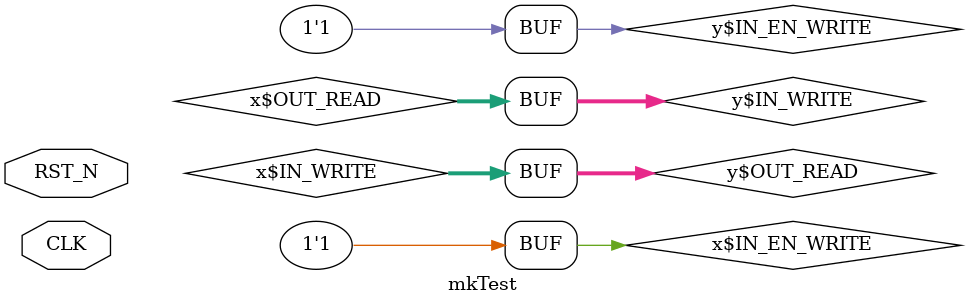
<source format=v>

`ifdef BSV_ASSIGNMENT_DELAY
`else
`define BSV_ASSIGNMENT_DELAY
`endif

module mkTest(CLK,
	      RST_N);
  input  CLK;
  input  RST_N;

  // ports of submodule x
  wire [31 : 0] x$IN_WRITE, x$OUT_READ;
  wire x$IN_EN_WRITE;

  // ports of submodule y
  wire [31 : 0] y$IN_WRITE, y$OUT_READ;
  wire y$IN_EN_WRITE;

  // submodule x
  mkReg #( /*width*/ 32'd32,  /*init*/ 32'd24) x(.CLK(CLK),
						 .RST_N(RST_N),
						 .IN_WRITE(x$IN_WRITE),
						 .IN_EN_WRITE(x$IN_EN_WRITE),
						 .OUT_READ(x$OUT_READ));

  // submodule y
  mkReg #( /*width*/ 32'd32,  /*init*/ 32'd45) y(.CLK(CLK),
						 .RST_N(RST_N),
						 .IN_WRITE(y$IN_WRITE),
						 .IN_EN_WRITE(y$IN_EN_WRITE),
						 .OUT_READ(y$OUT_READ));

  // submodule x
  assign x$IN_WRITE = y$OUT_READ ;
  assign x$IN_EN_WRITE = 1'd1 ;

  // submodule y
  assign y$IN_WRITE = x$OUT_READ ;
  assign y$IN_EN_WRITE = 1'd1 ;

  // handling of system tasks

  // synopsys translate_off
  always@(negedge CLK)
  begin
    #0;
    if (RST_N) $display("%d %d", x$OUT_READ, y$OUT_READ);
  end
  // synopsys translate_on
endmodule  // mkTest


</source>
